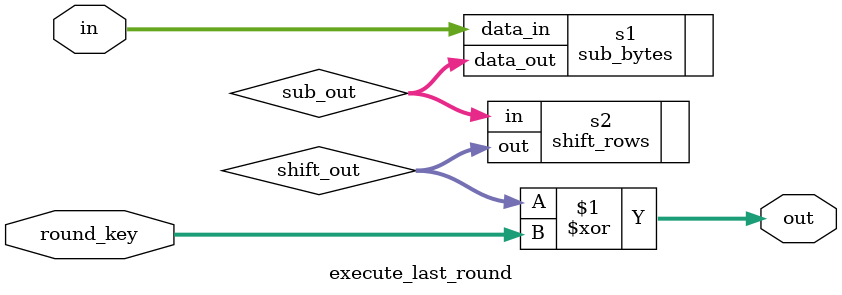
<source format=v>
module execute_last_round(input [127:0] in, input [127:0] round_key, output wire [127:0] out);

    wire [127:0] sub_out, shift_out;

    sub_bytes s1(.data_in(in), .data_out(sub_out));
    shift_rows s2(.in(sub_out), .out(shift_out));
    // Last round does not need mix_column

    assign out = shift_out ^ round_key;
    
endmodule
</source>
